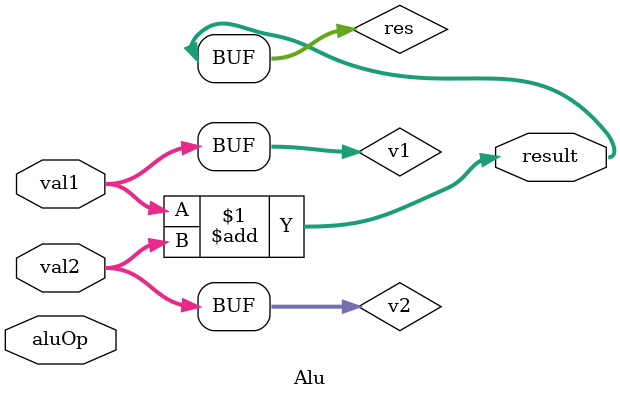
<source format=v>
`timescale 1ns / 1ps

module Alu(
    input [7:0] val1,
    input [7:0] val2,
    input aluOp,
    output [7:0] result
    );

	wire [7:0] res;
	wire [7:0] v1, v2;
	
	assign v1 = val1;
	assign v2 = val2;
	assign result = res;
	
	assign res = v1 + v2;
	
	always@(res) begin
		//$display("%d+ %d = %d", v1, v2, res);
	end
endmodule

</source>
